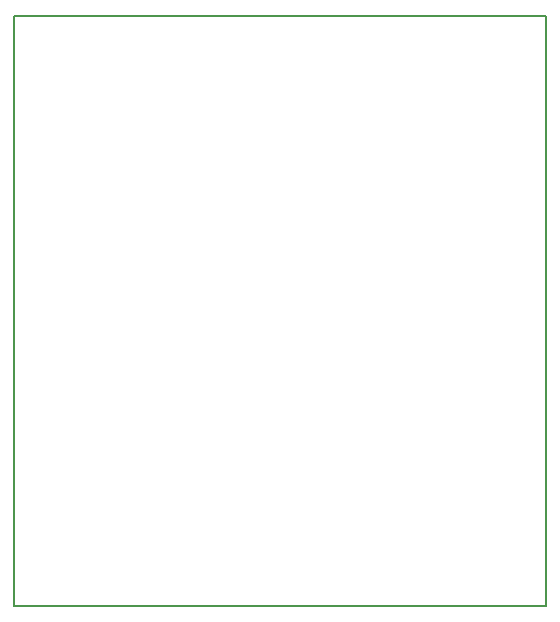
<source format=gm1>
G04 #@! TF.GenerationSoftware,KiCad,Pcbnew,(5.1.5-0)*
G04 #@! TF.CreationDate,2022-04-01T13:26:54-06:00*
G04 #@! TF.ProjectId,power-two-wire,706f7765-722d-4747-976f-2d776972652e,rev?*
G04 #@! TF.SameCoordinates,Original*
G04 #@! TF.FileFunction,Profile,NP*
%FSLAX46Y46*%
G04 Gerber Fmt 4.6, Leading zero omitted, Abs format (unit mm)*
G04 Created by KiCad (PCBNEW (5.1.5-0)) date 2022-04-01 13:26:54*
%MOMM*%
%LPD*%
G04 APERTURE LIST*
%ADD10C,0.150000*%
G04 APERTURE END LIST*
D10*
X175000000Y-75000000D02*
X130000000Y-75000000D01*
X175000000Y-125000000D02*
X175000000Y-75000000D01*
X130000000Y-125000000D02*
X175000000Y-125000000D01*
X130000000Y-75000000D02*
X130000000Y-125000000D01*
M02*

</source>
